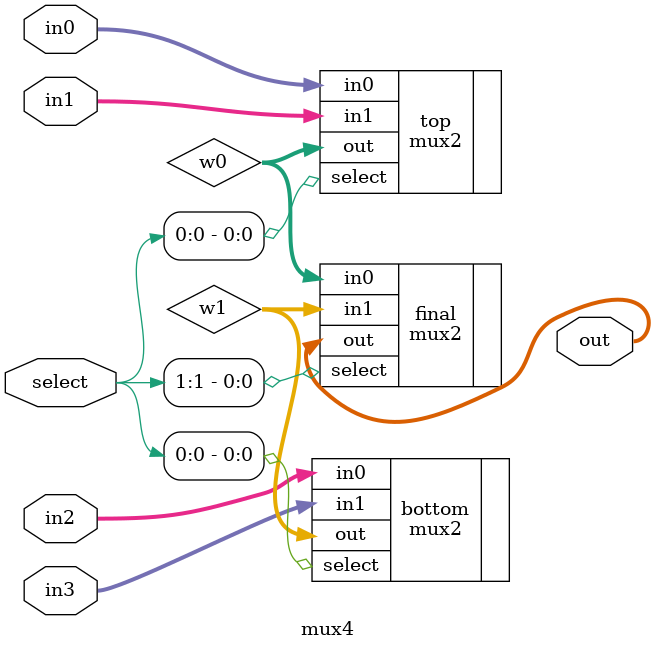
<source format=v>


module mux4(in0,in1,in2,in3,select,out);
	input[1:0] select;
	input[31:0] in0,in1,in2,in3;
	output[31:0] out;

	wire[31:0] w0,w1;

	mux2 top(.in0(in0),.in1(in1),.select(select[0]),.out(w0));
	mux2 bottom(.in0(in2),.in1(in3),.select(select[0]),.out(w1));
	//position 1 is more significant
	mux2 final(.in0(w0),.in1(w1),.select(select[1]),.out(out));

endmodule
</source>
